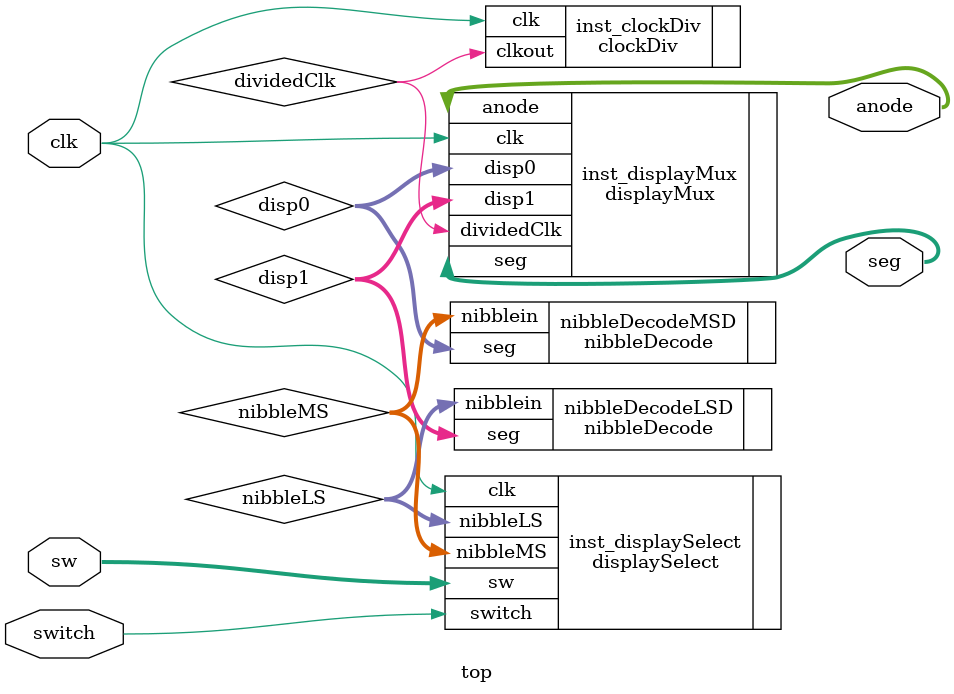
<source format=v>
`default_nettype none
`include "clockDiv.v"
`include "nibbleDecode.v"
`include "displaySelect.v"
`include "displayMux.v"

module top(
    input clk,
    input [7:0] sw,
    input switch,
    output [6:0] seg,
    output [1:0] anode
    );

	// wires and registers go here
	wire dividedClk;
	wire [6:0] disp0, disp1;
	wire [3:0] nibbleMS, nibbleLS;

	// choose what number to show on display
	displaySelect inst_displaySelect (
		.clk 		(clk), 
		.sw 		(sw), 
		.switch 	(switch), 
		.nibbleMS 	(nibbleMS), 
		.nibbleLS 	(nibbleLS)
	);

	// decodes nibble to 7 segment display	
	nibbleDecode nibbleDecodeLSD (
	 	.nibblein 	(nibbleLS), 
		.seg 		(disp1)
	);

	nibbleDecode nibbleDecodeMSD (
	 	.nibblein 	(nibbleMS), 
		.seg 		(disp0)
	);

	// mux displays
	displayMux inst_displayMux (
		.clk        (clk),
		.dividedClk (dividedClk),
		.disp0      (disp0),
		.disp1      (disp1),
		.seg        (seg),
		.anode      (anode)
	);

	// generate clock for switching displays
	clockDiv inst_clockDiv (
		.clk(clk), 
		.clkout(dividedClk)
	);

endmodule


</source>
